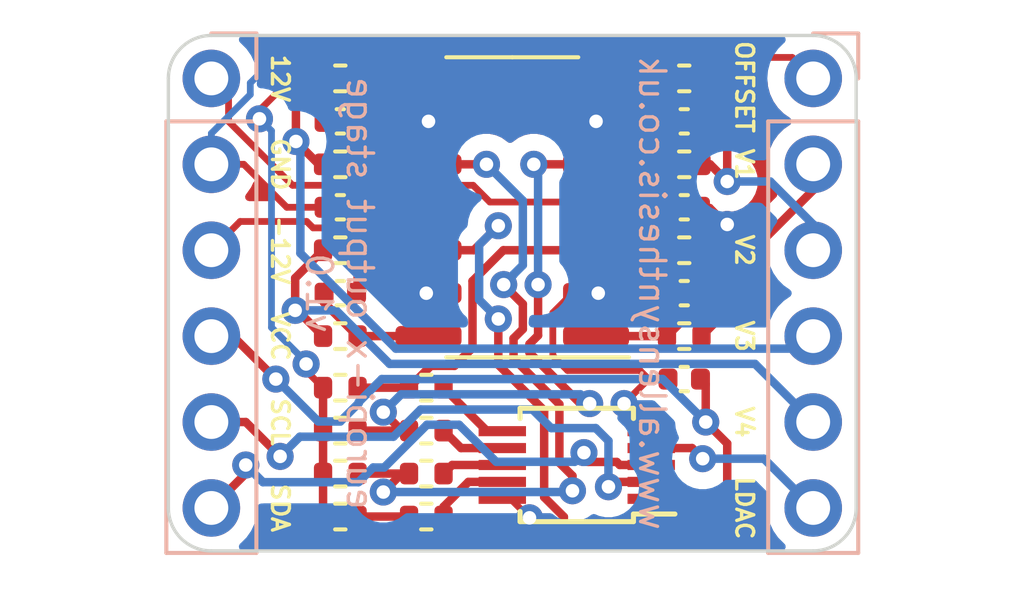
<source format=kicad_pcb>
(kicad_pcb (version 20221018) (generator pcbnew)
  (layers (0 "F.Cu" signal) (31 "B.Cu" signal) (34 "B.Paste" user) (35 "F.Paste" user) (36 "B.SilkS" user "B.Silkscreen") (37 "F.SilkS" user "F.Silkscreen") (38 "B.Mask" user) (39 "F.Mask" user) (44 "Edge.Cuts" user))
  (net 0 "")
  (net 1 "Earth")
  (net 2 "Net-(U1A-+)")
  (net 3 "/OUTPUT_1")
  (net 4 "Net-(U1B-+)")
  (net 5 "/OUTPUT_2")
  (net 6 "Net-(U1C-+)")
  (net 7 "/OUTPUT_3")
  (net 8 "Net-(U1D-+)")
  (net 9 "/OUTPUT_4")
  (net 10 "+12V")
  (net 11 "-12V")
  (net 12 "/SCL")
  (net 13 "/SDA")
  (net 14 "/LDAC")
  (net 16 "/DAC_OUTA")
  (net 17 "Net-(DAC1-VOUTB)")
  (net 18 "Net-(DAC1-VOUTC)")
  (net 19 "Net-(DAC1-VOUTD)")
  (net 20 "/DAC_OFFSET")
  (net 21 "VCC")
  (net 22 "Net-(C2-Pad2)")
  (net 23 "Net-(C3-Pad2)")
  (net 24 "Net-(C4-Pad2)")
  (net 25 "Net-(C5-Pad2)")
  (footprint "Resistor_SMD:R_0402_1005Metric" (layer "F.Cu") (at 15.24 1.27 180)
    (fp_text reference "R8" hide)
    (fp_text value "1K")
    (fp_line (start -0.153641 -0.38) (end 0.153641 -0.38) (stroke (width 0.12)) (layer "F.SilkS"))
    (fp_line (start -0.153641 0.38) (end 0.153641 0.38) (stroke (width 0.12)) (layer "F.SilkS"))
    (pad "1" smd roundrect (at -0.51 0 180) (size 0.54 0.64) (layers "F.Cu" "F.Paste" "F.Mask") (net 5 "/OUTPUT_2"))
    (pad "2" smd roundrect (at 0.51 0 180) (size 0.54 0.64) (layers "F.Cu" "F.Paste" "F.Mask") (net 23 "Net-(C3-Pad2)"))
  )
  (footprint "Capacitor_SMD:C_0402_1005Metric" (layer "F.Cu") (at 5.08 2.54 180)
    (fp_text reference "C4" hide)
    (fp_text value "100p")
    (fp_line (start -0.107836 -0.36) (end 0.107836 -0.36) (stroke (width 0.12)) (layer "F.SilkS"))
    (fp_line (start -0.107836 0.36) (end 0.107836 0.36) (stroke (width 0.12)) (layer "F.SilkS"))
    (pad "1" smd roundrect (at -0.48 0 180) (size 0.56 0.62) (layers "F.Cu" "F.Paste" "F.Mask") (net 6 "Net-(U1C-+)"))
    (pad "2" smd roundrect (at 0.48 0 180) (size 0.56 0.62) (layers "F.Cu" "F.Paste" "F.Mask") (net 24 "Net-(C4-Pad2)"))
  )
  (footprint "Capacitor_SMD:C_0402_1005Metric" (layer "F.Cu") (at 15.24 7.62)
    (fp_text reference "C2" hide)
    (fp_text value "100p")
    (fp_line (start -0.107836 -0.36) (end 0.107836 -0.36) (stroke (width 0.12)) (layer "F.SilkS"))
    (fp_line (start -0.107836 0.36) (end 0.107836 0.36) (stroke (width 0.12)) (layer "F.SilkS"))
    (pad "1" smd roundrect (at -0.48 0) (size 0.56 0.62) (layers "F.Cu" "F.Paste" "F.Mask") (net 2 "Net-(U1A-+)"))
    (pad "2" smd roundrect (at 0.48 0) (size 0.56 0.62) (layers "F.Cu" "F.Paste" "F.Mask") (net 22 "Net-(C2-Pad2)"))
  )
  (footprint "Resistor_SMD:R_0402_1005Metric" (layer "F.Cu") (at 5.08 14.224 180)
    (fp_text reference "R13" hide)
    (fp_text value "100K")
    (fp_line (start -0.153641 -0.38) (end 0.153641 -0.38) (stroke (width 0.12)) (layer "F.SilkS"))
    (fp_line (start -0.153641 0.38) (end 0.153641 0.38) (stroke (width 0.12)) (layer "F.SilkS"))
    (pad "1" smd roundrect (at -0.51 0 180) (size 0.54 0.64) (layers "F.Cu" "F.Paste" "F.Mask") (net 8 "Net-(U1D-+)"))
    (pad "2" smd roundrect (at 0.51 0 180) (size 0.54 0.64) (layers "F.Cu" "F.Paste" "F.Mask") (net 20 "/DAC_OFFSET"))
  )
  (footprint "Resistor_SMD:R_0402_1005Metric" (layer "F.Cu") (at 5.08 6.35)
    (fp_text reference "R15" hide)
    (fp_text value "270K")
    (fp_line (start -0.153641 -0.38) (end 0.153641 -0.38) (stroke (width 0.12)) (layer "F.SilkS"))
    (fp_line (start -0.153641 0.38) (end 0.153641 0.38) (stroke (width 0.12)) (layer "F.SilkS"))
    (pad "1" smd roundrect (at -0.51 0) (size 0.54 0.64) (layers "F.Cu" "F.Paste" "F.Mask") (net 9 "/OUTPUT_4"))
    (pad "2" smd roundrect (at 0.51 0) (size 0.54 0.64) (layers "F.Cu" "F.Paste" "F.Mask") (net 8 "Net-(U1D-+)"))
  )
  (footprint "Capacitor_SMD:C_0402_1005Metric" (layer "F.Cu") (at 5.08 5.08)
    (fp_text reference "C7" hide)
    (fp_text value "100n")
    (fp_line (start -0.107836 -0.36) (end 0.107836 -0.36) (stroke (width 0.12)) (layer "F.SilkS"))
    (fp_line (start -0.107836 0.36) (end 0.107836 0.36) (stroke (width 0.12)) (layer "F.SilkS"))
    (pad "1" smd roundrect (at -0.48 0) (size 0.56 0.62) (layers "F.Cu" "F.Paste" "F.Mask") (net 1 "Earth"))
    (pad "2" smd roundrect (at 0.48 0) (size 0.56 0.62) (layers "F.Cu" "F.Paste" "F.Mask") (net 11 "-12V"))
  )
  (footprint "Package_SO:MSOP-10_3x3mm_P0.5mm" (layer "F.Cu") (at 12.065 12.7 180)
    (fp_text reference "DAC1" hide)
    (fp_text value "MCP4728")
    (fp_line (start -1.675 -1.675) (end -1.675 -1.45) (stroke (width 0.15)) (layer "F.SilkS"))
    (fp_line (start -1.675 -1.675) (end 1.675 -1.675) (stroke (width 0.15)) (layer "F.SilkS"))
    (fp_line (start -1.675 -1.45) (end -2.9 -1.45) (stroke (width 0.15)) (layer "F.SilkS"))
    (fp_line (start -1.675 1.675) (end -1.675 1.375) (stroke (width 0.15)) (layer "F.SilkS"))
    (fp_line (start -1.675 1.675) (end 1.675 1.675) (stroke (width 0.15)) (layer "F.SilkS"))
    (fp_line (start 1.675 -1.675) (end 1.675 -1.375) (stroke (width 0.15)) (layer "F.SilkS"))
    (fp_line (start 1.675 1.675) (end 1.675 1.375) (stroke (width 0.15)) (layer "F.SilkS"))
    (pad "1" smd rect (at -2.2 -1 180) (size 1.4 0.3) (layers "F.Cu" "F.Paste" "F.Mask") (net 21 "VCC"))
    (pad "2" smd rect (at -2.2 -0.5 180) (size 1.4 0.3) (layers "F.Cu" "F.Paste" "F.Mask") (net 12 "/SCL"))
    (pad "3" smd rect (at -2.2 0 180) (size 1.4 0.3) (layers "F.Cu" "F.Paste" "F.Mask") (net 13 "/SDA"))
    (pad "4" smd rect (at -2.2 0.5 180) (size 1.4 0.3) (layers "F.Cu" "F.Paste" "F.Mask") (net 14 "/LDAC"))
    (pad "5" smd rect (at -2.2 1 180) (size 1.4 0.3) (layers "F.Cu" "F.Paste" "F.Mask"))
    (pad "6" smd rect (at 2.2 1 180) (size 1.4 0.3) (layers "F.Cu" "F.Paste" "F.Mask") (net 16 "/DAC_OUTA"))
    (pad "7" smd rect (at 2.2 0.5 180) (size 1.4 0.3) (layers "F.Cu" "F.Paste" "F.Mask") (net 17 "Net-(DAC1-VOUTB)"))
    (pad "8" smd rect (at 2.2 0 180) (size 1.4 0.3) (layers "F.Cu" "F.Paste" "F.Mask") (net 18 "Net-(DAC1-VOUTC)"))
    (pad "9" smd rect (at 2.2 -0.5 180) (size 1.4 0.3) (layers "F.Cu" "F.Paste" "F.Mask") (net 19 "Net-(DAC1-VOUTD)"))
    (pad "10" smd rect (at 2.2 -1 180) (size 1.4 0.3) (layers "F.Cu" "F.Paste" "F.Mask") (net 1 "Earth"))
  )
  (footprint "Resistor_SMD:R_0402_1005Metric" (layer "F.Cu") (at 5.08 10.414 180)
    (fp_text reference "R1" hide)
    (fp_text value "100K")
    (fp_line (start -0.153641 -0.38) (end 0.153641 -0.38) (stroke (width 0.12)) (layer "F.SilkS"))
    (fp_line (start -0.153641 0.38) (end 0.153641 0.38) (stroke (width 0.12)) (layer "F.SilkS"))
    (pad "1" smd roundrect (at -0.51 0 180) (size 0.54 0.64) (layers "F.Cu" "F.Paste" "F.Mask") (net 2 "Net-(U1A-+)"))
    (pad "2" smd roundrect (at 0.51 0 180) (size 0.54 0.64) (layers "F.Cu" "F.Paste" "F.Mask") (net 20 "/DAC_OFFSET"))
  )
  (footprint "Capacitor_SMD:C_0402_1005Metric" (layer "F.Cu") (at 15.24 2.54)
    (fp_text reference "C3" hide)
    (fp_text value "100p")
    (fp_line (start -0.107836 -0.36) (end 0.107836 -0.36) (stroke (width 0.12)) (layer "F.SilkS"))
    (fp_line (start -0.107836 0.36) (end 0.107836 0.36) (stroke (width 0.12)) (layer "F.SilkS"))
    (pad "1" smd roundrect (at -0.48 0) (size 0.56 0.62) (layers "F.Cu" "F.Paste" "F.Mask") (net 4 "Net-(U1B-+)"))
    (pad "2" smd roundrect (at 0.48 0) (size 0.56 0.62) (layers "F.Cu" "F.Paste" "F.Mask") (net 23 "Net-(C3-Pad2)"))
  )
  (footprint "Resistor_SMD:R_0402_1005Metric" (layer "F.Cu") (at 5.08 11.684 180)
    (fp_text reference "R5" hide)
    (fp_text value "100K")
    (fp_line (start -0.153641 -0.38) (end 0.153641 -0.38) (stroke (width 0.12)) (layer "F.SilkS"))
    (fp_line (start -0.153641 0.38) (end 0.153641 0.38) (stroke (width 0.12)) (layer "F.SilkS"))
    (pad "1" smd roundrect (at -0.51 0 180) (size 0.54 0.64) (layers "F.Cu" "F.Paste" "F.Mask") (net 4 "Net-(U1B-+)"))
    (pad "2" smd roundrect (at 0.51 0 180) (size 0.54 0.64) (layers "F.Cu" "F.Paste" "F.Mask") (net 20 "/DAC_OFFSET"))
  )
  (footprint "Capacitor_SMD:C_0402_1005Metric" (layer "F.Cu") (at 15.24 5.08)
    (fp_text reference "C6" hide)
    (fp_text value "100n")
    (fp_line (start -0.107836 -0.36) (end 0.107836 -0.36) (stroke (width 0.12)) (layer "F.SilkS"))
    (fp_line (start -0.107836 0.36) (end 0.107836 0.36) (stroke (width 0.12)) (layer "F.SilkS"))
    (pad "1" smd roundrect (at -0.48 0) (size 0.56 0.62) (layers "F.Cu" "F.Paste" "F.Mask") (net 10 "+12V"))
    (pad "2" smd roundrect (at 0.48 0) (size 0.56 0.62) (layers "F.Cu" "F.Paste" "F.Mask") (net 1 "Earth"))
  )
  (footprint "Resistor_SMD:R_0402_1005Metric" (layer "F.Cu") (at 5.08 8.89)
    (fp_text reference "R16" hide)
    (fp_text value "1K")
    (fp_line (start -0.153641 -0.38) (end 0.153641 -0.38) (stroke (width 0.12)) (layer "F.SilkS"))
    (fp_line (start -0.153641 0.38) (end 0.153641 0.38) (stroke (width 0.12)) (layer "F.SilkS"))
    (pad "1" smd roundrect (at -0.51 0) (size 0.54 0.64) (layers "F.Cu" "F.Paste" "F.Mask") (net 9 "/OUTPUT_4"))
    (pad "2" smd roundrect (at 0.51 0) (size 0.54 0.64) (layers "F.Cu" "F.Paste" "F.Mask") (net 25 "Net-(C5-Pad2)"))
  )
  (footprint "Resistor_SMD:R_0402_1005Metric" (layer "F.Cu") (at 15.24 6.35 180)
    (fp_text reference "R3" hide)
    (fp_text value "270K")
    (fp_line (start -0.153641 -0.38) (end 0.153641 -0.38) (stroke (width 0.12)) (layer "F.SilkS"))
    (fp_line (start -0.153641 0.38) (end 0.153641 0.38) (stroke (width 0.12)) (layer "F.SilkS"))
    (pad "1" smd roundrect (at -0.51 0 180) (size 0.54 0.64) (layers "F.Cu" "F.Paste" "F.Mask") (net 3 "/OUTPUT_1"))
    (pad "2" smd roundrect (at 0.51 0 180) (size 0.54 0.64) (layers "F.Cu" "F.Paste" "F.Mask") (net 2 "Net-(U1A-+)"))
  )
  (footprint "Resistor_SMD:R_0402_1005Metric" (layer "F.Cu") (at 5.08 1.27)
    (fp_text reference "R12" hide)
    (fp_text value "1K")
    (fp_line (start -0.153641 -0.38) (end 0.153641 -0.38) (stroke (width 0.12)) (layer "F.SilkS"))
    (fp_line (start -0.153641 0.38) (end 0.153641 0.38) (stroke (width 0.12)) (layer "F.SilkS"))
    (pad "1" smd roundrect (at -0.51 0) (size 0.54 0.64) (layers "F.Cu" "F.Paste" "F.Mask") (net 7 "/OUTPUT_3"))
    (pad "2" smd roundrect (at 0.51 0) (size 0.54 0.64) (layers "F.Cu" "F.Paste" "F.Mask") (net 24 "Net-(C4-Pad2)"))
  )
  (footprint "Resistor_SMD:R_0402_1005Metric" (layer "F.Cu") (at 7.62 12.954)
    (fp_text reference "R10" hide)
    (fp_text value "100K")
    (fp_line (start -0.153641 -0.38) (end 0.153641 -0.38) (stroke (width 0.12)) (layer "F.SilkS"))
    (fp_line (start -0.153641 0.38) (end 0.153641 0.38) (stroke (width 0.12)) (layer "F.SilkS"))
    (pad "1" smd roundrect (at -0.51 0) (size 0.54 0.64) (layers "F.Cu" "F.Paste" "F.Mask") (net 6 "Net-(U1C-+)"))
    (pad "2" smd roundrect (at 0.51 0) (size 0.54 0.64) (layers "F.Cu" "F.Paste" "F.Mask") (net 18 "Net-(DAC1-VOUTC)"))
  )
  (footprint "Resistor_SMD:R_0402_1005Metric" (layer "F.Cu") (at 7.62 14.224)
    (fp_text reference "R14" hide)
    (fp_text value "100K")
    (fp_line (start -0.153641 -0.38) (end 0.153641 -0.38) (stroke (width 0.12)) (layer "F.SilkS"))
    (fp_line (start -0.153641 0.38) (end 0.153641 0.38) (stroke (width 0.12)) (layer "F.SilkS"))
    (pad "1" smd roundrect (at -0.51 0) (size 0.54 0.64) (layers "F.Cu" "F.Paste" "F.Mask") (net 8 "Net-(U1D-+)"))
    (pad "2" smd roundrect (at 0.51 0) (size 0.54 0.64) (layers "F.Cu" "F.Paste" "F.Mask") (net 19 "Net-(DAC1-VOUTD)"))
  )
  (footprint "Resistor_SMD:R_0402_1005Metric" (layer "F.Cu") (at 5.08 12.954 180)
    (fp_text reference "R9" hide)
    (fp_text value "100K")
    (fp_line (start -0.153641 -0.38) (end 0.153641 -0.38) (stroke (width 0.12)) (layer "F.SilkS"))
    (fp_line (start -0.153641 0.38) (end 0.153641 0.38) (stroke (width 0.12)) (layer "F.SilkS"))
    (pad "1" smd roundrect (at -0.51 0 180) (size 0.54 0.64) (layers "F.Cu" "F.Paste" "F.Mask") (net 6 "Net-(U1C-+)"))
    (pad "2" smd roundrect (at 0.51 0 180) (size 0.54 0.64) (layers "F.Cu" "F.Paste" "F.Mask") (net 20 "/DAC_OFFSET"))
  )
  (footprint "Resistor_SMD:R_0402_1005Metric" (layer "F.Cu") (at 5.08 3.81)
    (fp_text reference "R11" hide)
    (fp_text value "270K")
    (fp_line (start -0.153641 -0.38) (end 0.153641 -0.38) (stroke (width 0.12)) (layer "F.SilkS"))
    (fp_line (start -0.153641 0.38) (end 0.153641 0.38) (stroke (width 0.12)) (layer "F.SilkS"))
    (pad "1" smd roundrect (at -0.51 0) (size 0.54 0.64) (layers "F.Cu" "F.Paste" "F.Mask") (net 7 "/OUTPUT_3"))
    (pad "2" smd roundrect (at 0.51 0) (size 0.54 0.64) (layers "F.Cu" "F.Paste" "F.Mask") (net 6 "Net-(U1C-+)"))
  )
  (footprint "Resistor_SMD:R_0402_1005Metric" (layer "F.Cu") (at 15.24 8.89 180)
    (fp_text reference "R4" hide)
    (fp_text value "1K")
    (fp_line (start -0.153641 -0.38) (end 0.153641 -0.38) (stroke (width 0.12)) (layer "F.SilkS"))
    (fp_line (start -0.153641 0.38) (end 0.153641 0.38) (stroke (width 0.12)) (layer "F.SilkS"))
    (pad "1" smd roundrect (at -0.51 0 180) (size 0.54 0.64) (layers "F.Cu" "F.Paste" "F.Mask") (net 3 "/OUTPUT_1"))
    (pad "2" smd roundrect (at 0.51 0 180) (size 0.54 0.64) (layers "F.Cu" "F.Paste" "F.Mask") (net 22 "Net-(C2-Pad2)"))
  )
  (footprint "Resistor_SMD:R_0402_1005Metric" (layer "F.Cu") (at 15.24 3.81 180)
    (fp_text reference "R7" hide)
    (fp_text value "270K")
    (fp_line (start -0.153641 -0.38) (end 0.153641 -0.38) (stroke (width 0.12)) (layer "F.SilkS"))
    (fp_line (start -0.153641 0.38) (end 0.153641 0.38) (stroke (width 0.12)) (layer "F.SilkS"))
    (pad "1" smd roundrect (at -0.51 0 180) (size 0.54 0.64) (layers "F.Cu" "F.Paste" "F.Mask") (net 5 "/OUTPUT_2"))
    (pad "2" smd roundrect (at 0.51 0 180) (size 0.54 0.64) (layers "F.Cu" "F.Paste" "F.Mask") (net 4 "Net-(U1B-+)"))
  )
  (footprint "Package_SO:SOIC-14_3.9x8.7mm_P1.27mm" (layer "F.Cu") (at 10.16 5.08 180)
    (fp_text reference "U1" hide)
    (fp_text value "TL074")
    (fp_line (start 0 -4.435) (end -3.45 -4.435) (stroke (width 0.12)) (layer "F.SilkS"))
    (fp_line (start 0 -4.435) (end 1.95 -4.435) (stroke (width 0.12)) (layer "F.SilkS"))
    (fp_line (start 0 4.435) (end -1.95 4.435) (stroke (width 0.12)) (layer "F.SilkS"))
    (fp_line (start 0 4.435) (end 1.95 4.435) (stroke (width 0.12)) (layer "F.SilkS"))
    (pad "1" smd roundrect (at -2.475 -3.81 180) (size 1.95 0.6) (layers "F.Cu" "F.Paste" "F.Mask") (net 22 "Net-(C2-Pad2)"))
    (pad "2" smd roundrect (at -2.475 -2.54 180) (size 1.95 0.6) (layers "F.Cu" "F.Paste" "F.Mask") (net 1 "Earth"))
    (pad "3" smd roundrect (at -2.475 -1.27 180) (size 1.95 0.6) (layers "F.Cu" "F.Paste" "F.Mask") (net 2 "Net-(U1A-+)"))
    (pad "4" smd roundrect (at -2.475 0 180) (size 1.95 0.6) (layers "F.Cu" "F.Paste" "F.Mask") (net 10 "+12V"))
    (pad "5" smd roundrect (at -2.475 1.27 180) (size 1.95 0.6) (layers "F.Cu" "F.Paste" "F.Mask") (net 4 "Net-(U1B-+)"))
    (pad "6" smd roundrect (at -2.475 2.54 180) (size 1.95 0.6) (layers "F.Cu" "F.Paste" "F.Mask") (net 1 "Earth"))
    (pad "7" smd roundrect (at -2.475 3.81 180) (size 1.95 0.6) (layers "F.Cu" "F.Paste" "F.Mask") (net 23 "Net-(C3-Pad2)"))
    (pad "8" smd roundrect (at 2.475 3.81 180) (size 1.95 0.6) (layers "F.Cu" "F.Paste" "F.Mask") (net 24 "Net-(C4-Pad2)"))
    (pad "9" smd roundrect (at 2.475 2.54 180) (size 1.95 0.6) (layers "F.Cu" "F.Paste" "F.Mask") (net 1 "Earth"))
    (pad "10" smd roundrect (at 2.475 1.27 180) (size 1.95 0.6) (layers "F.Cu" "F.Paste" "F.Mask") (net 6 "Net-(U1C-+)"))
    (pad "11" smd roundrect (at 2.475 0 180) (size 1.95 0.6) (layers "F.Cu" "F.Paste" "F.Mask") (net 11 "-12V"))
    (pad "12" smd roundrect (at 2.475 -1.27 180) (size 1.95 0.6) (layers "F.Cu" "F.Paste" "F.Mask") (net 8 "Net-(U1D-+)"))
    (pad "13" smd roundrect (at 2.475 -2.54 180) (size 1.95 0.6) (layers "F.Cu" "F.Paste" "F.Mask") (net 1 "Earth"))
    (pad "14" smd roundrect (at 2.475 -3.81 180) (size 1.95 0.6) (layers "F.Cu" "F.Paste" "F.Mask") (net 25 "Net-(C5-Pad2)"))
  )
  (footprint "Capacitor_SMD:C_0402_1005Metric" (layer "F.Cu") (at 5.08 7.62 180)
    (fp_text reference "C5" hide)
    (fp_text value "100p")
    (fp_line (start -0.107836 -0.36) (end 0.107836 -0.36) (stroke (width 0.12)) (layer "F.SilkS"))
    (fp_line (start -0.107836 0.36) (end 0.107836 0.36) (stroke (width 0.12)) (layer "F.SilkS"))
    (pad "1" smd roundrect (at -0.48 0 180) (size 0.56 0.62) (layers "F.Cu" "F.Paste" "F.Mask") (net 8 "Net-(U1D-+)"))
    (pad "2" smd roundrect (at 0.48 0 180) (size 0.56 0.62) (layers "F.Cu" "F.Paste" "F.Mask") (net 25 "Net-(C5-Pad2)"))
  )
  (footprint "Resistor_SMD:R_0402_1005Metric" (layer "F.Cu") (at 7.62 10.414)
    (fp_text reference "R2" hide)
    (fp_text value "100K")
    (fp_line (start -0.153641 -0.38) (end 0.153641 -0.38) (stroke (width 0.12)) (layer "F.SilkS"))
    (fp_line (start -0.153641 0.38) (end 0.153641 0.38) (stroke (width 0.12)) (layer "F.SilkS"))
    (pad "1" smd roundrect (at -0.51 0) (size 0.54 0.64) (layers "F.Cu" "F.Paste" "F.Mask") (net 2 "Net-(U1A-+)"))
    (pad "2" smd roundrect (at 0.51 0) (size 0.54 0.64) (layers "F.Cu" "F.Paste" "F.Mask") (net 16 "/DAC_OUTA"))
  )
  (footprint "Capacitor_SMD:C_0402_1005Metric" (layer "F.Cu") (at 15.24 10.16 180)
    (fp_text reference "C1" hide)
    (fp_text value "100n")
    (fp_line (start -0.107836 -0.36) (end 0.107836 -0.36) (stroke (width 0.12)) (layer "F.SilkS"))
    (fp_line (start -0.107836 0.36) (end 0.107836 0.36) (stroke (width 0.12)) (layer "F.SilkS"))
    (pad "1" smd roundrect (at -0.48 0 180) (size 0.56 0.62) (layers "F.Cu" "F.Paste" "F.Mask") (net 21 "VCC"))
    (pad "2" smd roundrect (at 0.48 0 180) (size 0.56 0.62) (layers "F.Cu" "F.Paste" "F.Mask") (net 1 "Earth"))
  )
  (footprint "Resistor_SMD:R_0402_1005Metric" (layer "F.Cu") (at 7.62 11.684)
    (fp_text reference "R6" hide)
    (fp_text value "100K")
    (fp_line (start -0.153641 -0.38) (end 0.153641 -0.38) (stroke (width 0.12)) (layer "F.SilkS"))
    (fp_line (start -0.153641 0.38) (end 0.153641 0.38) (stroke (width 0.12)) (layer "F.SilkS"))
    (pad "1" smd roundrect (at -0.51 0) (size 0.54 0.64) (layers "F.Cu" "F.Paste" "F.Mask") (net 4 "Net-(U1B-+)"))
    (pad "2" smd roundrect (at 0.51 0) (size 0.54 0.64) (layers "F.Cu" "F.Paste" "F.Mask") (net 17 "Net-(DAC1-VOUTB)"))
  )
  (footprint "Connector_PinHeader_2.54mm:PinHeader_1x06_P2.54mm_Vertical" (layer "B.Cu") (at 19.05 1.27 180)
    (fp_text reference "J2" hide)
    (fp_text value "Conn_01x06_Pin")
    (fp_line (start -1.33 -14.03) (end 1.33 -14.03) (stroke (width 0.12)) (layer "B.SilkS"))
    (fp_line (start -1.33 -1.27) (end -1.33 -14.03) (stroke (width 0.12)) (layer "B.SilkS"))
    (fp_line (start -1.33 -1.27) (end 1.33 -1.27) (stroke (width 0.12)) (layer "B.SilkS"))
    (fp_line (start -1.33 0) (end -1.33 1.33) (stroke (width 0.12)) (layer "B.SilkS"))
    (fp_line (start -1.33 1.33) (end 0 1.33) (stroke (width 0.12)) (layer "B.SilkS"))
    (fp_line (start 1.33 -1.27) (end 1.33 -14.03) (stroke (width 0.12)) (layer "B.SilkS"))
    (pad "1" thru_hole circle (at 0 0 180) (size 1.7 1.7) (drill 1) (layers "*.Cu" "*.Mask") (net 20 "/DAC_OFFSET"))
    (pad "2" thru_hole oval (at 0 -2.54 180) (size 1.7 1.7) (drill 1) (layers "*.Cu" "*.Mask") (net 3 "/OUTPUT_1"))
    (pad "3" thru_hole oval (at 0 -5.08 180) (size 1.7 1.7) (drill 1) (layers "*.Cu" "*.Mask") (net 5 "/OUTPUT_2"))
    (pad "4" thru_hole oval (at 0 -7.62 180) (size 1.7 1.7) (drill 1) (layers "*.Cu" "*.Mask") (net 7 "/OUTPUT_3"))
    (pad "5" thru_hole oval (at 0 -10.16 180) (size 1.7 1.7) (drill 1) (layers "*.Cu" "*.Mask") (net 9 "/OUTPUT_4"))
    (pad "6" thru_hole oval (at 0 -12.7 180) (size 1.7 1.7) (drill 1) (layers "*.Cu" "*.Mask") (net 14 "/LDAC"))
  )
  (footprint "Connector_PinHeader_2.54mm:PinHeader_1x06_P2.54mm_Vertical" (layer "B.Cu") (at 1.27 1.27 180)
    (fp_text reference "J1" hide)
    (fp_text value "Conn_01x06_Pin")
    (fp_line (start -1.33 -14.03) (end 1.33 -14.03) (stroke (width 0.12)) (layer "B.SilkS"))
    (fp_line (start -1.33 -1.27) (end -1.33 -14.03) (stroke (width 0.12)) (layer "B.SilkS"))
    (fp_line (start -1.33 -1.27) (end 1.33 -1.27) (stroke (width 0.12)) (layer "B.SilkS"))
    (fp_line (start -1.33 0) (end -1.33 1.33) (stroke (width 0.12)) (layer "B.SilkS"))
    (fp_line (start -1.33 1.33) (end 0 1.33) (stroke (width 0.12)) (layer "B.SilkS"))
    (fp_line (start 1.33 -1.27) (end 1.33 -14.03) (stroke (width 0.12)) (layer "B.SilkS"))
    (pad "1" thru_hole circle (at 0 0 180) (size 1.7 1.7) (drill 1) (layers "*.Cu" "*.Mask") (net 10 "+12V"))
    (pad "2" thru_hole oval (at 0 -2.54 180) (size 1.7 1.7) (drill 1) (layers "*.Cu" "*.Mask") (net 1 "Earth"))
    (pad "3" thru_hole oval (at 0 -5.08 180) (size 1.7 1.7) (drill 1) (layers "*.Cu" "*.Mask") (net 11 "-12V"))
    (pad "4" thru_hole oval (at 0 -7.62 180) (size 1.7 1.7) (drill 1) (layers "*.Cu" "*.Mask") (net 21 "VCC"))
    (pad "5" thru_hole oval (at 0 -10.16 180) (size 1.7 1.7) (drill 1) (layers "*.Cu" "*.Mask") (net 12 "/SCL"))
    (pad "6" thru_hole oval (at 0 -12.7 180) (size 1.7 1.7) (drill 1) (layers "*.Cu" "*.Mask") (net 13 "/SDA"))
  )
  (gr_arc (start 1.27 15.24) (mid 0.371974 14.868026) (end 0 13.97) (stroke (width 0.1)) (layer "Edge.Cuts"))
  (gr_arc (start 0 1.27) (mid 0.371974 0.371974) (end 1.27 0) (stroke (width 0.1)) (layer "Edge.Cuts"))
  (gr_arc (start 19.05 0) (mid 19.948026 0.371974) (end 20.32 1.27) (stroke (width 0.1)) (layer "Edge.Cuts"))
  (gr_line (start 19.05 15.24) (end 1.27 15.24) (stroke (width 0.1)) (layer "Edge.Cuts"))
  (gr_arc (start 20.32 13.97) (mid 19.948026 14.868026) (end 19.05 15.24) (stroke (width 0.1)) (layer "Edge.Cuts"))
  (gr_line (start 0 13.97) (end 0 1.27) (stroke (width 0.1)) (layer "Edge.Cuts"))
  (gr_line (start 20.32 1.27) (end 20.32 13.97) (stroke (width 0.1)) (layer "Edge.Cuts"))
  (gr_line (start 1.27 0) (end 19.05 0) (stroke (width 0.1)) (layer "Edge.Cuts"))
  (gr_text "www.allensynthesis.co.uk" (at 14.732 7.62 -90) (layer "B.SilkS") (effects (font (size 0.75 0.75) (thickness 0.1)) (justify top mirror)))
  (gr_text "europi-x output stage\nv1.0" (at 6.096 7.62 -90) (layer "B.SilkS") (effects (font (size 0.75 0.75) (thickness 0.1)) (justify top mirror)))
  (gr_text "LDAC" (at 17.018 13.97 -90) (layer "F.SilkS") (effects (font (size 0.5 0.5) (thickness 0.1))))
  (gr_text "GND" (at 3.302 3.81 -90) (layer "F.SilkS") (effects (font (size 0.5 0.5) (thickness 0.1))))
  (gr_text "VCC" (at 3.302 8.89 -90) (layer "F.SilkS") (effects (font (size 0.5 0.5) (thickness 0.1))))
  (gr_text "12V" (at 3.302 1.27 -90) (layer "F.SilkS") (effects (font (size 0.5 0.5) (thickness 0.1))))
  (gr_text "V1" (at 17.018 3.81 -90) (layer "F.SilkS") (effects (font (size 0.5 0.5) (thickness 0.1))))
  (gr_text "SCL" (at 3.302 11.43 -90) (layer "F.SilkS") (effects (font (size 0.5 0.5) (thickness 0.1))))
  (gr_text "SDA" (at 3.302 13.97 -90) (layer "F.SilkS") (effects (font (size 0.5 0.5) (thickness 0.1))))
  (gr_text "V3" (at 17.018 8.89 -90) (layer "F.SilkS") (effects (font (size 0.5 0.5) (thickness 0.1))))
  (gr_text "OFFSET" (at 17.018 1.524 -90) (layer "F.SilkS") (effects (font (size 0.5 0.5) (thickness 0.1))))
  (gr_text "-12V" (at 3.302 6.35 -90) (layer "F.SilkS") (effects (font (size 0.5 0.5) (thickness 0.1))))
  (gr_text "V4" (at 17.018 11.43 -90) (layer "F.SilkS") (effects (font (size 0.5 0.5) (thickness 0.1))))
  (gr_text "V2" (at 17.018 6.35 -90) (layer "F.SilkS") (effects (font (size 0.5 0.5) (thickness 0.1))))
  (segment (start 2.228314 3.81) (end 3.498314 5.08) (width 0.2) (layer "F.Cu") (net 1))
  (segment (start 11.79404 9.906) (end 13.9325 9.906) (width 0.2) (layer "F.Cu") (net 1))
  (segment (start 16.51 5.588) (end 16.002 5.08) (width 0.2) (layer "F.Cu") (net 1))
  (segment (start 1.27 3.81) (end 2.228314 3.81) (width 0.2) (layer "F.Cu") (net 1))
  (segment (start 3.498314 5.08) (end 4.6 5.08) (width 0.2) (layer "F.Cu") (net 1))
  (segment (start 11.938 7.62) (end 11.35802 8.19998) (width 0.2) (layer "F.Cu") (net 1))
  (segment (start 14.76 10.16) (end 14.1865 10.16) (width 0.2) (layer "F.Cu") (net 1))
  (segment (start 11.35802 8.19998) (end 11.35802 9.46998) (width 0.2) (layer "F.Cu") (net 1))
  (segment (start 7.685 2.54) (end 12.635 2.54) (width 0.2) (layer "F.Cu") (net 1))
  (segment (start 12.7 7.62) (end 11.938 7.62) (width 0.2) (layer "F.Cu") (net 1))
  (segment (start 10.1065 13.7) (end 10.668 14.2615) (width 0.2) (layer "F.Cu") (net 1))
  (segment (start 13.9325 9.906) (end 14.1865 10.16) (width 0.2) (layer "F.Cu") (net 1))
  (segment (start 16.002 5.08) (end 15.72 5.08) (width 0.2) (layer "F.Cu") (net 1))
  (segment (start 11.35802 9.46998) (end 11.79404 9.906) (width 0.2) (layer "F.Cu") (net 1))
  (segment (start 9.865 13.7) (end 10.1065 13.7) (width 0.2) (layer "F.Cu") (net 1))
  (segment (start 14.1865 10.16) (end 13.462 10.8845) (width 0.2) (layer "F.Cu") (net 1))
  (via (at 12.635 2.54) (size 0.8) (drill 0.4) (layers "F.Cu" "B.Cu") (net 1))
  (via (at 10.668 14.2615) (size 0.8) (drill 0.4) (layers "F.Cu" "B.Cu") (net 1))
  (via (at 16.51 5.588) (size 0.8) (drill 0.4) (layers "F.Cu" "B.Cu") (net 1))
  (via (at 12.7 7.62) (size 0.8) (drill 0.4) (layers "F.Cu" "B.Cu") (net 1))
  (via (at 13.462 10.8845) (size 0.8) (drill 0.4) (layers "F.Cu" "B.Cu") (net 1))
  (via (at 7.62 7.62) (size 0.8) (drill 0.4) (layers "F.Cu" "B.Cu") (net 1))
  (via (at 7.685 2.54) (size 0.8) (drill 0.4) (layers "F.Cu" "B.Cu") (net 1))
  (segment (start 12.7 7.62) (end 12.7 2.605) (width 0.2) (layer "B.Cu") (net 1))
  (segment (start 7.62 7.62) (end 7.62 2.605) (width 0.2) (layer "B.Cu") (net 1))
  (segment (start 7.62 2.605) (end 7.685 2.54) (width 0.2) (layer "B.Cu") (net 1))
  (segment (start 12.7 2.605) (end 12.635 2.54) (width 0.2) (layer "B.Cu") (net 1))
  (segment (start 2.42 1.746346) (end 2.42 1.405451) (width 0.2) (layer "B.Cu") (net 1))
  (segment (start 5.797576 0.652576) (end 7.685 2.54) (width 0.2) (layer "B.Cu") (net 1))
  (segment (start 1.27 2.896346) (end 2.42 1.746346) (width 0.2) (layer "B.Cu") (net 1))
  (segment (start 1.27 3.81) (end 1.27 2.896346) (width 0.2) (layer "B.Cu") (net 1))
  (segment (start 2.42 1.405451) (end 3.172875 0.652576) (width 0.2) (layer "B.Cu") (net 1))
  (segment (start 3.172875 0.652576) (end 5.797576 0.652576) (width 0.2) (layer "B.Cu") (net 1))
  (segment (start 8.985 7.261695) (end 9.896695 6.35) (width 0.25) (layer "F.Cu") (net 2))
  (segment (start 8.452751 9.769) (end 8.985 9.236751) (width 0.25) (layer "F.Cu") (net 2))
  (segment (start 9.896695 6.35) (end 12.635 6.35) (width 0.25) (layer "F.Cu") (net 2))
  (segment (start 12.635 6.35) (end 14.73 6.35) (width 0.25) (layer "F.Cu") (net 2))
  (segment (start 7.11 10.414) (end 5.59 10.414) (width 0.25) (layer "F.Cu") (net 2))
  (segment (start 7.755 9.769) (end 8.452751 9.769) (width 0.25) (layer "F.Cu") (net 2))
  (segment (start 7.11 10.414) (end 7.755 9.769) (width 0.25) (layer "F.Cu") (net 2))
  (segment (start 14.76 7.62) (end 14.76 6.38) (width 0.25) (layer "F.Cu") (net 2))
  (segment (start 8.985 9.236751) (end 8.985 7.261695) (width 0.25) (layer "F.Cu") (net 2))
  (segment (start 14.76 6.38) (end 14.73 6.35) (width 0.25) (layer "F.Cu") (net 2))
  (segment (start 17.272 6.35) (end 15.75 6.35) (width 0.25) (layer "F.Cu") (net 3))
  (segment (start 19.05 4.572) (end 17.272 6.35) (width 0.25) (layer "F.Cu") (net 3))
  (segment (start 19.05 3.81) (end 19.05 4.572) (width 0.25) (layer "F.Cu") (net 3))
  (segment (start 17.272 7.368) (end 17.272 6.35) (width 0.25) (layer "F.Cu") (net 3))
  (segment (start 15.75 8.89) (end 17.272 7.368) (width 0.25) (layer "F.Cu") (net 3))
  (segment (start 10.795 3.81) (end 12.635 3.81) (width 0.25) (layer "F.Cu") (net 4))
  (segment (start 6.8955 11.684) (end 6.35 11.1385) (width 0.25) (layer "F.Cu") (net 4))
  (segment (start 5.59 11.684) (end 7.11 11.684) (width 0.25) (layer "F.Cu") (net 4))
  (segment (start 10.922 8.869201) (end 10.668 9.123201) (width 0.25) (layer "F.Cu") (net 4))
  (segment (start 14.73 3.81) (end 12.635 3.81) (width 0.25) (layer "F.Cu") (net 4))
  (segment (start 10.922 7.366) (end 10.922 8.869201) (width 0.25) (layer "F.Cu") (net 4))
  (segment (start 14.73 2.57) (end 14.76 2.54) (width 0.25) (layer "F.Cu") (net 4))
  (segment (start 10.668 9.381) (end 12.1715 10.8845) (width 0.25) (layer "F.Cu") (net 4))
  (segment (start 10.668 9.123201) (end 10.668 9.381) (width 0.25) (layer "F.Cu") (net 4))
  (segment (start 14.73 3.81) (end 14.73 2.57) (width 0.25) (layer "F.Cu") (net 4))
  (segment (start 7.11 11.684) (end 6.8955 11.684) (width 0.25) (layer "F.Cu") (net 4))
  (segment (start 12.1715 10.8845) (end 12.446 10.8845) (width 0.25) (layer "F.Cu") (net 4))
  (via (at 10.922 7.366) (size 0.8) (drill 0.4) (layers "F.Cu" "B.Cu") (net 4))
  (via (at 12.446 10.8845) (size 0.8) (drill 0.4) (layers "F.Cu" "B.Cu") (net 4))
  (via (at 6.35 11.1385) (size 0.8) (drill 0.4) (layers "F.Cu" "B.Cu") (net 4))
  (via (at 10.795 3.81) (size 0.8) (drill 0.4) (layers "F.Cu" "B.Cu") (net 4))
  (segment (start 6.8785 10.61) (end 6.35 11.1385) (width 0.25) (layer "B.Cu") (net 4))
  (segment (start 12.446 10.8845) (end 12.1715 10.61) (width 0.25) (layer "B.Cu") (net 4))
  (segment (start 10.922 3.937) (end 10.795 3.81) (width 0.25) (layer "B.Cu") (net 4))
  (segment (start 12.1715 10.61) (end 6.8785 10.61) (width 0.25) (layer "B.Cu") (net 4))
  (segment (start 10.922 7.366) (end 10.922 3.937) (width 0.25) (layer "B.Cu") (net 4))
  (segment (start 15.75 3.81) (end 16.002 3.81) (width 0.25) (layer "F.Cu") (net 5))
  (segment (start 16.51 2.03) (end 16.51 4.318) (width 0.25) (layer "F.Cu") (net 5))
  (segment (start 16.002 3.81) (end 16.51 4.318) (width 0.25) (layer "F.Cu") (net 5))
  (segment (start 15.75 1.27) (end 16.51 2.03) (width 0.25) (layer "F.Cu") (net 5))
  (via (at 16.51 4.318) (size 0.8) (drill 0.4) (layers "F.Cu" "B.Cu") (net 5))
  (segment (start 19.05 5.588) (end 19.05 6.35) (width 0.25) (layer "B.Cu") (net 5))
  (segment (start 17.78 4.318) (end 19.05 5.588) (width 0.25) (layer "B.Cu") (net 5))
  (segment (start 16.51 4.318) (end 17.78 4.318) (width 0.25) (layer "B.Cu") (net 5))
  (segment (start 10.4725 7.941805) (end 9.906 7.375305) (width 0.25) (layer "F.Cu") (net 6))
  (segment (start 11.938 13.462) (end 11.938 13.020648) (width 0.25) (layer "F.Cu") (net 6))
  (segment (start 5.56 3.78) (end 5.59 3.81) (width 0.25) (layer "F.Cu") (net 6))
  (segment (start 10.1975 8.957305) (end 10.4725 8.682305) (width 0.25) (layer "F.Cu") (net 6))
  (segment (start 6.8955 12.954) (end 6.35 13.4995) (width 0.25) (layer "F.Cu") (net 6))
  (segment (start 9.398 3.81) (end 7.685 3.81) (width 0.25) (layer "F.Cu") (net 6))
  (segment (start 7.11 12.954) (end 5.59 12.954) (width 0.25) (layer "F.Cu") (net 6))
  (segment (start 7.11 12.954) (end 6.8955 12.954) (width 0.25) (layer "F.Cu") (net 6))
  (segment (start 10.1975 9.549251) (end 10.1975 8.957305) (width 0.25) (layer "F.Cu") (net 6))
  (segment (start 11.551657 12.634305) (end 11.551657 10.903408) (width 0.25) (layer "F.Cu") (net 6))
  (segment (start 11.938 13.020648) (end 11.551657 12.634305) (width 0.25) (layer "F.Cu") (net 6))
  (segment (start 5.56 2.54) (end 5.56 3.78) (width 0.25) (layer "F.Cu") (net 6))
  (segment (start 9.906 7.375305) (end 9.906 7.366) (width 0.25) (layer "F.Cu") (net 6))
  (segment (start 5.59 3.81) (end 7.685 3.81) (width 0.25) (layer "F.Cu") (net 6))
  (segment (start 11.551657 10.903408) (end 10.1975 9.549251) (width 0.25) (layer "F.Cu") (net 6))
  (segment (start 10.4725 8.682305) (end 10.4725 7.941805) (width 0.25) (layer "F.Cu") (net 6))
  (via (at 6.35 13.4995) (size 0.8) (drill 0.4) (layers "F.Cu" "B.Cu") (net 6))
  (via (at 9.398 3.81) (size 0.8) (drill 0.4) (layers "F.Cu" "B.Cu") (net 6))
  (via (at 11.938 13.462) (size 0.8) (drill 0.4) (layers "F.Cu" "B.Cu") (net 6))
  (via (at 9.906 7.366) (size 0.8) (drill 0.4) (layers "F.Cu" "B.Cu") (net 6))
  (segment (start 9.906 7.366) (end 10.197 7.075) (width 0.25) (layer "B.Cu") (net 6))
  (segment (start 10.197 7.065695) (end 10.472 6.790695) (width 0.25) (layer "B.Cu") (net 6))
  (segment (start 11.938 13.462) (end 11.9005 13.4995) (width 0.25) (layer "B.Cu") (net 6))
  (segment (start 10.197 7.075) (end 10.197 7.065695) (width 0.25) (layer "B.Cu") (net 6))
  (segment (start 10.472 6.790695) (end 10.472 4.884) (width 0.25) (layer "B.Cu") (net 6))
  (segment (start 10.472 4.884) (end 9.398 3.81) (width 0.25) (layer "B.Cu") (net 6))
  (segment (start 11.9005 13.4995) (end 6.35 13.4995) (width 0.25) (layer "B.Cu") (net 6))
  (segment (start 4.443708 3.81) (end 3.768034 3.134326) (width 0.25) (layer "F.Cu") (net 7))
  (segment (start 4.57 3.81) (end 4.443708 3.81) (width 0.25) (layer "F.Cu") (net 7))
  (segment (start 3.768034 2.071966) (end 4.57 1.27) (width 0.25) (layer "F.Cu") (net 7))
  (segment (start 3.768034 3.134326) (end 3.768034 2.071966) (width 0.25) (layer "F.Cu") (net 7))
  (via (at 3.768034 3.134326) (size 0.8) (drill 0.4) (layers "F.Cu" "B.Cu") (net 7))
  (segment (start 3.9 3.266292) (end 3.9 6.438604) (width 0.25) (layer "B.Cu") (net 7))
  (segment (start 3.768034 3.134326) (end 3.9 3.266292) (width 0.25) (layer "B.Cu") (net 7))
  (segment (start 3.9 6.438604) (end 6.721396 9.26) (width 0.25) (layer "B.Cu") (net 7))
  (segment (start 18.68 9.26) (end 19.05 8.89) (width 0.25) (layer "B.Cu") (net 7))
  (segment (start 6.721396 9.26) (end 18.68 9.26) (width 0.25) (layer "B.Cu") (net 7))
  (segment (start 11.101657 11.089804) (end 9.7475 9.735647) (width 0.25) (layer "F.Cu") (net 8))
  (segment (start 9.7475 9.735647) (end 9.7475 8.382) (width 0.25) (layer "F.Cu") (net 8))
  (segment (start 5.59 14.224) (end 7.11 14.224) (width 0.25) (layer "F.Cu") (net 8))
  (segment (start 9.023 6.35) (end 7.685 6.35) (width 0.25) (layer "F.Cu") (net 8))
  (segment (start 11.43 14.986) (end 11.684 14.732) (width 0.25) (layer "F.Cu") (net 8))
  (segment (start 7.685 6.35) (end 5.59 6.35) (width 0.25) (layer "F.Cu") (net 8))
  (segment (start 11.101657 13.650962) (end 11.101657 11.089804) (width 0.25) (layer "F.Cu") (net 8))
  (segment (start 5.59 6.35) (end 5.59 7.59) (width 0.25) (layer "F.Cu") (net 8))
  (segment (start 11.684 14.233305) (end 11.101657 13.650962) (width 0.25) (layer "F.Cu") (net 8))
  (segment (start 7.872 14.986) (end 11.43 14.986) (width 0.25) (layer "F.Cu") (net 8))
  (segment (start 11.684 14.732) (end 11.684 14.233305) (width 0.25) (layer "F.Cu") (net 8))
  (segment (start 9.7475 5.6255) (end 9.023 6.35) (width 0.25) (layer "F.Cu") (net 8))
  (segment (start 7.11 14.224) (end 7.872 14.986) (width 0.25) (layer "F.Cu") (net 8))
  (via (at 9.7475 8.382) (size 0.8) (drill 0.4) (layers "F.Cu" "B.Cu") (net 8))
  (via (at 9.7475 5.6255) (size 0.8) (drill 0.4) (layers "F.Cu" "B.Cu") (net 8))
  (segment (start 9.7475 8.382) (end 9.181 7.8155) (width 0.25) (layer "B.Cu") (net 8))
  (segment (start 9.181 7.8155) (end 9.181 6.192) (width 0.25) (layer "B.Cu") (net 8))
  (segment (start 9.181 6.192) (end 9.7475 5.6255) (width 0.25) (layer "B.Cu") (net 8))
  (segment (start 3.746 8.128) (end 3.746 7.174) (width 0.25) (layer "F.Cu") (net 9))
  (segment (start 3.746 7.174) (end 4.57 6.35) (width 0.25) (layer "F.Cu") (net 9))
  (segment (start 3.746 8.128) (end 3.808 8.128) (width 0.25) (layer "F.Cu") (net 9))
  (segment (start 3.808 8.128) (end 4.57 8.89) (width 0.25) (layer "F.Cu") (net 9))
  (via (at 3.746 8.128) (size 0.8) (drill 0.4) (layers "F.Cu" "B.Cu") (net 9))
  (segment (start 6.535 9.71) (end 17.33 9.71) (width 0.25) (layer "B.Cu") (net 9))
  (segment (start 17.33 9.71) (end 19.05 11.43) (width 0.25) (layer "B.Cu") (net 9))
  (segment (start 4.953 8.128) (end 6.535 9.71) (width 0.25) (layer "B.Cu") (net 9))
  (segment (start 3.746 8.128) (end 4.953 8.128) (width 0.25) (layer "B.Cu") (net 9))
  (segment (start 1.778 1.778) (end 1.778 2.54) (width 0.2) (layer "F.Cu") (net 10))
  (segment (start 1.778 2.54) (end 3.668 4.43) (width 0.2) (layer "F.Cu") (net 10))
  (segment (start 12.4805 4.9255) (end 12.635 5.08) (width 0.2) (layer "F.Cu") (net 10))
  (segment (start 9.4975 4.9255) (end 12.4805 4.9255) (width 0.2) (layer "F.Cu") (net 10))
  (segment (start 12.635 5.08) (end 14.76 5.08) (width 0.25) (layer "F.Cu") (net 10))
  (segment (start 9.002 4.43) (end 9.4975 4.9255) (width 0.2) (layer "F.Cu") (net 10))
  (segment (start 3.668 4.43) (end 9.002 4.43) (width 0.2) (layer "F.Cu") (net 10))
  (segment (start 1.27 1.27) (end 1.778 1.778) (width 0.2) (layer "F.Cu") (net 10))
  (segment (start 1.27 6.35) (end 2.12 5.5) (width 0.2) (layer "F.Cu") (net 11))
  (segment (start 5.56 5.08) (end 7.685 5.08) (width 0.25) (layer "F.Cu") (net 11))
  (segment (start 4.95 5.69) (end 5.56 5.08) (width 0.2) (layer "F.Cu") (net 11))
  (segment (start 4.087746 5.5) (end 4.277746 5.69) (width 0.2) (layer "F.Cu") (net 11))
  (segment (start 4.277746 5.69) (end 4.95 5.69) (width 0.2) (layer "F.Cu") (net 11))
  (segment (start 2.12 5.5) (end 4.087746 5.5) (width 0.2) (layer "F.Cu") (net 11))
  (segment (start 13.001157 13.343001) (end 13.144158 13.2) (width 0.25) (layer "F.Cu") (net 12))
  (segment (start 2.286 11.43) (end 1.27 11.43) (width 0.25) (layer "F.Cu") (net 12))
  (segment (start 3.302 12.446) (end 2.286 11.43) (width 0.25) (layer "F.Cu") (net 12))
  (segment (start 13.144158 13.2) (end 14.265 13.2) (width 0.25) (layer "F.Cu") (net 12))
  (via (at 13.001157 13.343001) (size 0.8) (drill 0.4) (layers "F.Cu" "B.Cu") (net 12))
  (via (at 3.302 12.446) (size 0.8) (drill 0.4) (layers "F.Cu" "B.Cu") (net 12))
  (segment (start 11.30818 11.6095) (end 12.6255 11.6095) (width 0.25) (layer "B.Cu") (net 12))
  (segment (start 10.75868 11.06) (end 11.30818 11.6095) (width 0.25) (layer "B.Cu") (net 12))
  (segment (start 12.6255 11.6095) (end 13.001157 11.985157) (width 0.25) (layer "B.Cu") (net 12))
  (segment (start 7.453805 11.06) (end 10.75868 11.06) (width 0.25) (layer "B.Cu") (net 12))
  (segment (start 13.001157 11.985157) (end 13.001157 13.343001) (width 0.25) (layer "B.Cu") (net 12))
  (segment (start 6.650305 11.8635) (end 7.453805 11.06) (width 0.25) (layer "B.Cu") (net 12))
  (segment (start 3.8845 11.8635) (end 6.650305 11.8635) (width 0.25) (layer "B.Cu") (net 12))
  (segment (start 3.302 12.446) (end 3.8845 11.8635) (width 0.25) (layer "B.Cu") (net 12))
  (segment (start 13.335 12.7) (end 14.265 12.7) (width 0.25) (layer "F.Cu") (net 13))
  (segment (start 12.399695 12.61) (end 13.245 12.61) (width 0.25) (layer "F.Cu") (net 13))
  (segment (start 12.276657 12.334) (end 12.276657 12.486962) (width 0.25) (layer "F.Cu") (net 13))
  (segment (start 12.276657 12.486962) (end 12.399695 12.61) (width 0.25) (layer "F.Cu") (net 13))
  (segment (start 2.286 12.954) (end 1.27 13.97) (width 0.25) (layer "F.Cu") (net 13))
  (segment (start 2.286 12.7) (end 2.286 12.954) (width 0.25) (layer "F.Cu") (net 13))
  (segment (start 13.245 12.61) (end 13.335 12.7) (width 0.25) (layer "F.Cu") (net 13))
  (via (at 2.286 12.7) (size 0.8) (drill 0.4) (layers "F.Cu" "B.Cu") (net 13))
  (via (at 12.276657 12.334) (size 0.8) (drill 0.4) (layers "F.Cu" "B.Cu") (net 13))
  (segment (start 6.049695 12.7745) (end 6.375701 12.7745) (width 0.25) (layer "B.Cu") (net 13))
  (segment (start 5.616195 13.208) (end 6.049695 12.7745) (width 0.25) (layer "B.Cu") (net 13))
  (segment (start 7.640201 11.51) (end 8.588897 11.51) (width 0.25) (layer "B.Cu") (net 13))
  (segment (start 9.683897 12.605) (end 12.005657 12.605) (width 0.25) (layer "B.Cu") (net 13))
  (segment (start 12.005657 12.605) (end 12.276657 12.334) (width 0.25) (layer "B.Cu") (net 13))
  (segment (start 6.375701 12.7745) (end 7.640201 11.51) (width 0.25) (layer "B.Cu") (net 13))
  (segment (start 2.286 12.7) (end 2.794 13.208) (width 0.25) (layer "B.Cu") (net 13))
  (segment (start 2.794 13.208) (end 5.616195 13.208) (width 0.25) (layer "B.Cu") (net 13))
  (segment (start 8.588897 11.51) (end 9.683897 12.605) (width 0.25) (layer "B.Cu") (net 13))
  (segment (start 15.7855 12.5138) (end 15.4717 12.2) (width 0.25) (layer "F.Cu") (net 14))
  (segment (start 15.4717 12.2) (end 14.265 12.2) (width 0.25) (layer "F.Cu") (net 14))
  (via (at 15.7855 12.5138) (size 0.8) (drill 0.4) (layers "F.Cu" "B.Cu") (net 14))
  (segment (start 17.5938 12.5138) (end 15.7855 12.5138) (width 0.25) (layer "B.Cu") (net 14))
  (segment (start 19.05 13.97) (end 17.5938 12.5138) (width 0.25) (layer "B.Cu") (net 14))
  (segment (start 9.416 11.7) (end 8.13 10.414) (width 0.25) (layer "F.Cu") (net 16))
  (segment (start 9.865 11.7) (end 9.416 11.7) (width 0.25) (layer "F.Cu") (net 16))
  (segment (start 8.646 12.2) (end 9.865 12.2) (width 0.25) (layer "F.Cu") (net 17))
  (segment (start 8.13 11.684) (end 8.646 12.2) (width 0.25) (layer "F.Cu") (net 17))
  (segment (start 8.384 12.7) (end 8.13 12.954) (width 0.25) (layer "F.Cu") (net 18))
  (segment (start 9.865 12.7) (end 8.384 12.7) (width 0.25) (layer "F.Cu") (net 18))
  (segment (start 8.13 13.935) (end 8.13 14.224) (width 0.25) (layer "F.Cu") (net 19))
  (segment (start 9.865 13.2) (end 8.865 13.2) (width 0.25) (layer "F.Cu") (net 19))
  (segment (start 8.865 13.2) (end 8.13 13.935) (width 0.25) (layer "F.Cu") (net 19))
  (segment (start 4.57 11.684) (end 4.57 10.414) (width 0.25) (layer "F.Cu") (net 20))
  (segment (start 2.691416 2.464173) (end 2.691416 2.213401) (width 0.2) (layer "F.Cu") (net 20))
  (segment (start 4.069217 9.913217) (end 4.57 10.414) (width 0.2) (layer "F.Cu") (net 20))
  (segment (start 4.254817 0.65) (end 18.43 0.65) (width 0.2) (layer "F.Cu") (net 20))
  (segment (start 4.069217 9.713479) (end 4.069217 9.913217) (width 0.2) (layer "F.Cu") (net 20))
  (segment (start 18.43 0.65) (end 19.05 1.27) (width 0.2) (layer "F.Cu") (net 20))
  (segment (start 4.57 12.954) (end 4.57 11.684) (width 0.25) (layer "F.Cu") (net 20))
  (segment (start 2.691416 2.213401) (end 4.254817 0.65) (width 0.2) (layer "F.Cu") (net 20))
  (segment (start 4.57 14.224) (end 4.57 12.954) (width 0.25) (layer "F.Cu") (net 20))
  (via (at 4.069217 9.713479) (size 0.8) (drill 0.4) (layers "F.Cu" "B.Cu") (net 20))
  (via (at 2.691416 2.464173) (size 0.8) (drill 0.4) (layers "F.Cu" "B.Cu") (net 20))
  (segment (start 3.0465 2.819257) (end 3.0465 8.6345) (width 0.2) (layer "B.Cu") (net 20))
  (segment (start 2.691416 2.464173) (end 3.0465 2.819257) (width 0.2) (layer "B.Cu") (net 20))
  (segment (start 3.0465 8.6345) (end 4.069217 9.657217) (width 0.2) (layer "B.Cu") (net 20))
  (segment (start 4.069217 9.657217) (end 4.069217 9.713479) (width 0.2) (layer "B.Cu") (net 20))
  (segment (start 16.51 12.065) (end 15.875 11.43) (width 0.25) (layer "F.Cu") (net 21))
  (segment (start 1.27 8.89) (end 1.905 8.89) (width 0.25) (layer "F.Cu") (net 21))
  (segment (start 14.265 13.7) (end 16.272 13.7) (width 0.25) (layer "F.Cu") (net 21))
  (segment (start 1.905 8.89) (end 3.175 10.16) (width 0.25) (layer "F.Cu") (net 21))
  (segment (start 16.51 13.462) (end 16.51 12.065) (width 0.25) (layer "F.Cu") (net 21))
  (segment (start 15.875 11.43) (end 15.875 10.315) (width 0.25) (layer "F.Cu") (net 21))
  (segment (start 15.875 10.315) (end 15.72 10.16) (width 0.25) (layer "F.Cu") (net 21))
  (segment (start 16.272 13.7) (end 16.51 13.462) (width 0.25) (layer "F.Cu") (net 21))
  (via (at 3.175 10.16) (size 0.8) (drill 0.4) (layers "F.Cu" "B.Cu") (net 21))
  (via (at 15.875 11.43) (size 0.8) (drill 0.4) (layers "F.Cu" "B.Cu") (net 21))
  (segment (start 5.08 11.4135) (end 5.625 10.8685) (width 0.25) (layer "B.Cu") (net 21))
  (segment (start 4.4285 11.4135) (end 5.08 11.4135) (width 0.25) (layer "B.Cu") (net 21))
  (segment (start 14.605 10.16) (end 15.875 11.43) (width 0.25) (layer "B.Cu") (net 21))
  (segment (start 5.625 10.8685) (end 5.625 10.838195) (width 0.25) (layer "B.Cu") (net 21))
  (segment (start 5.625 10.838195) (end 6.303195 10.16) (width 0.25) (layer "B.Cu") (net 21))
  (segment (start 6.303195 10.16) (end 14.605 10.16) (width 0.25) (layer "B.Cu") (net 21))
  (segment (start 3.175 10.16) (end 4.4285 11.4135) (width 0.25) (layer "B.Cu") (net 21))
  (segment (start 14.73 8.89) (end 15.72 7.9) (width 0.25) (layer "F.Cu") (net 22))
  (segment (start 15.72 7.9) (end 15.72 7.62) (width 0.25) (layer "F.Cu") (net 22))
  (segment (start 12.635 8.89) (end 14.73 8.89) (width 0.25) (layer "F.Cu") (net 22))
  (segment (start 12.635 1.27) (end 14.73 1.27) (width 0.25) (layer "F.Cu") (net 23))
  (segment (start 14.73 1.27) (end 15.72 2.26) (width 0.25) (layer "F.Cu") (net 23))
  (segment (start 15.72 2.26) (end 15.72 2.54) (width 0.25) (layer "F.Cu") (net 23))
  (segment (start 4.6 2.26) (end 5.59 1.27) (width 0.25) (layer "F.Cu") (net 24))
  (segment (start 4.6 2.54) (end 4.6 2.26) (width 0.25) (layer "F.Cu") (net 24))
  (segment (start 5.59 1.27) (end 7.685 1.27) (width 0.25) (layer "F.Cu") (net 24))
  (segment (start 4.6 7.9) (end 5.59 8.89) (width 0.25) (layer "F.Cu") (net 25))
  (segment (start 5.59 8.89) (end 7.685 8.89) (width 0.25) (layer "F.Cu") (net 25))
  (segment (start 4.6 7.62) (end 4.6 7.9) (width 0.25) (layer "F.Cu") (net 25))
  (zone (net 1) (net_name "Earth") (layer "F.Cu") (connect_pads (clearance 0.5)) (min_thickness 0.25) (fill yes (thermal_gap 0.5) (thermal_bridge_width 0.5))
    (polygon (pts (xy -0.254 -0.254) (xy 20.32 -0.254) (xy 20.32 15.494) (xy -0.254 15.494)))
  )
  (zone (net 0) (net_name "") (layers "F.Cu" "Edge.Cuts") (connect_pads (clearance 0)) (min_thickness 0.25)
    (keepout (tracks allowed) (vias allowed) (pads allowed) (copperpour not_allowed) (footprints allowed))
    (fill (thermal_gap 0.5) (thermal_bridge_width 0.5))
    (polygon (pts (xy 12.954 10.414) (xy 12.954 11.43) (xy 14.478 11.43) (xy 15.24 10.668) (xy 15.24 9.652) (xy 13.97 9.398) (xy 11.938 9.398) (xy 11.43 9.906) (xy 11.938 10.414)))
  )
  (zone (net 1) (net_name "Earth") (layer "B.Cu") (priority 1) (connect_pads (clearance 0.5)) (min_thickness 0.25) (fill yes (thermal_gap 0.5) (thermal_bridge_width 0.5))
    (polygon (pts (xy -0.254 -0.254) (xy 20.32 -0.254) (xy 20.32 15.494) (xy -0.254 15.494)))
  )
)
</source>
